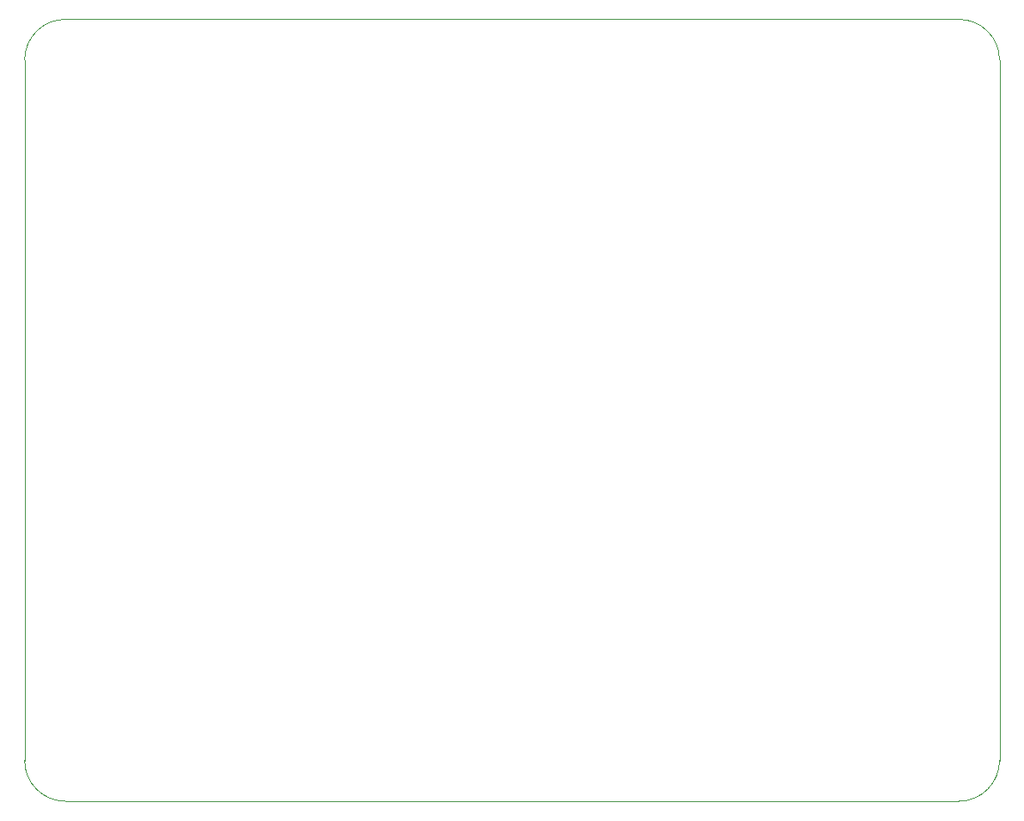
<source format=gbr>
G04 #@! TF.GenerationSoftware,KiCad,Pcbnew,(5.1.9)-1*
G04 #@! TF.CreationDate,2021-06-08T18:40:06+01:00*
G04 #@! TF.ProjectId,BrushlessPlatform V1 - SMD,42727573-686c-4657-9373-506c6174666f,rev?*
G04 #@! TF.SameCoordinates,Original*
G04 #@! TF.FileFunction,Profile,NP*
%FSLAX46Y46*%
G04 Gerber Fmt 4.6, Leading zero omitted, Abs format (unit mm)*
G04 Created by KiCad (PCBNEW (5.1.9)-1) date 2021-06-08 18:40:06*
%MOMM*%
%LPD*%
G01*
G04 APERTURE LIST*
G04 #@! TA.AperFunction,Profile*
%ADD10C,0.050000*%
G04 #@! TD*
G04 APERTURE END LIST*
D10*
X-110000000Y-31000000D02*
X-22000000Y-31000000D01*
X-114000000Y-104000000D02*
X-114000000Y-35000000D01*
X-22000000Y-108000000D02*
X-110000000Y-108000000D01*
X-18000000Y-35000000D02*
X-18000000Y-104000000D01*
X-22000000Y-31000000D02*
G75*
G02*
X-18000000Y-35000000I0J-4000000D01*
G01*
X-18000000Y-104000000D02*
G75*
G02*
X-22000000Y-108000000I-4000000J0D01*
G01*
X-110000000Y-108000000D02*
G75*
G02*
X-114000000Y-104000000I0J4000000D01*
G01*
X-114000000Y-35000000D02*
G75*
G02*
X-110000000Y-31000000I4000000J0D01*
G01*
M02*

</source>
